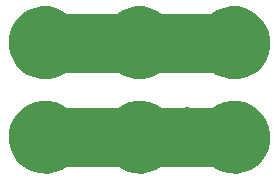
<source format=gbs>
%TF.GenerationSoftware,KiCad,Pcbnew,4.0.5-e0-6337~49~ubuntu16.04.1*%
%TF.CreationDate,2017-01-13T08:38:15-08:00*%
%TF.ProjectId,2x3-Generic-5mm-Pitch-Magnet,3278332D47656E657269632D356D6D2D,1.0*%
%TF.FileFunction,Soldermask,Bot*%
%FSLAX46Y46*%
G04 Gerber Fmt 4.6, Leading zero omitted, Abs format (unit mm)*
G04 Created by KiCad (PCBNEW 4.0.5-e0-6337~49~ubuntu16.04.1) date Fri Jan 13 08:38:15 2017*
%MOMM*%
%LPD*%
G01*
G04 APERTURE LIST*
%ADD10C,0.350000*%
%ADD11C,5.000000*%
G04 APERTURE END LIST*
D10*
D11*
X150240000Y-92774500D02*
X134240000Y-92774500D01*
X150240000Y-100774500D02*
X134240000Y-100774500D01*
D10*
G36*
X134563110Y-97700347D02*
X135154055Y-97821651D01*
X135710198Y-98055432D01*
X136210334Y-98392778D01*
X136635421Y-98820843D01*
X136969266Y-99323321D01*
X137199156Y-99881076D01*
X137316264Y-100472514D01*
X137316264Y-100472524D01*
X137316331Y-100472863D01*
X137306710Y-101161916D01*
X137306633Y-101162254D01*
X137306633Y-101162262D01*
X137173057Y-101750201D01*
X136927685Y-102301316D01*
X136579937Y-102794278D01*
X136143062Y-103210309D01*
X135633700Y-103533561D01*
X135071254Y-103751719D01*
X134477147Y-103856476D01*
X133874003Y-103843842D01*
X133284800Y-103714297D01*
X132731982Y-103472777D01*
X132236607Y-103128482D01*
X131817537Y-102694523D01*
X131490738Y-102187430D01*
X131268656Y-101626514D01*
X131159755Y-101033158D01*
X131168177Y-100429941D01*
X131293606Y-99839847D01*
X131531259Y-99285358D01*
X131872091Y-98787588D01*
X132303112Y-98365500D01*
X132807913Y-98035168D01*
X133367259Y-97809177D01*
X133959845Y-97696136D01*
X134563110Y-97700347D01*
X134563110Y-97700347D01*
G37*
G36*
X142563110Y-97700347D02*
X143154055Y-97821651D01*
X143710198Y-98055432D01*
X144210334Y-98392778D01*
X144635421Y-98820843D01*
X144969266Y-99323321D01*
X145199156Y-99881076D01*
X145316264Y-100472514D01*
X145316264Y-100472524D01*
X145316331Y-100472863D01*
X145306710Y-101161916D01*
X145306633Y-101162254D01*
X145306633Y-101162262D01*
X145173057Y-101750201D01*
X144927685Y-102301316D01*
X144579937Y-102794278D01*
X144143062Y-103210309D01*
X143633700Y-103533561D01*
X143071254Y-103751719D01*
X142477147Y-103856476D01*
X141874003Y-103843842D01*
X141284800Y-103714297D01*
X140731982Y-103472777D01*
X140236607Y-103128482D01*
X139817537Y-102694523D01*
X139490738Y-102187430D01*
X139268656Y-101626514D01*
X139159755Y-101033158D01*
X139168177Y-100429941D01*
X139293606Y-99839847D01*
X139531259Y-99285358D01*
X139872091Y-98787588D01*
X140303112Y-98365500D01*
X140807913Y-98035168D01*
X141367259Y-97809177D01*
X141959845Y-97696136D01*
X142563110Y-97700347D01*
X142563110Y-97700347D01*
G37*
G36*
X150563110Y-97700347D02*
X151154055Y-97821651D01*
X151710198Y-98055432D01*
X152210334Y-98392778D01*
X152635421Y-98820843D01*
X152969266Y-99323321D01*
X153199156Y-99881076D01*
X153316264Y-100472514D01*
X153316264Y-100472524D01*
X153316331Y-100472863D01*
X153306710Y-101161916D01*
X153306633Y-101162254D01*
X153306633Y-101162262D01*
X153173057Y-101750201D01*
X152927685Y-102301316D01*
X152579937Y-102794278D01*
X152143062Y-103210309D01*
X151633700Y-103533561D01*
X151071254Y-103751719D01*
X150477147Y-103856476D01*
X149874003Y-103843842D01*
X149284800Y-103714297D01*
X148731982Y-103472777D01*
X148236607Y-103128482D01*
X147817537Y-102694523D01*
X147490738Y-102187430D01*
X147268656Y-101626514D01*
X147159755Y-101033158D01*
X147168177Y-100429941D01*
X147293606Y-99839847D01*
X147531259Y-99285358D01*
X147872091Y-98787588D01*
X148303112Y-98365500D01*
X148807913Y-98035168D01*
X149367259Y-97809177D01*
X149959845Y-97696136D01*
X150563110Y-97700347D01*
X150563110Y-97700347D01*
G37*
G36*
X146347790Y-98248981D02*
X146544921Y-98289447D01*
X146730451Y-98367437D01*
X146897292Y-98479973D01*
X147039098Y-98622772D01*
X147150466Y-98790395D01*
X147227156Y-98976458D01*
X147266176Y-99173527D01*
X147266176Y-99173532D01*
X147266244Y-99173876D01*
X147263034Y-99403739D01*
X147262957Y-99404077D01*
X147262957Y-99404086D01*
X147218449Y-99599990D01*
X147136596Y-99783835D01*
X147020588Y-99948286D01*
X146874850Y-100087071D01*
X146704931Y-100194905D01*
X146517299Y-100267682D01*
X146319112Y-100302628D01*
X146117905Y-100298413D01*
X145921351Y-100255199D01*
X145736933Y-100174628D01*
X145571682Y-100059775D01*
X145431882Y-99915009D01*
X145322864Y-99745845D01*
X145248777Y-99558724D01*
X145212449Y-99360788D01*
X145215258Y-99159558D01*
X145257102Y-98962705D01*
X145336380Y-98777732D01*
X145450080Y-98611678D01*
X145593865Y-98470873D01*
X145762265Y-98360676D01*
X145948860Y-98285286D01*
X146146540Y-98247577D01*
X146347790Y-98248981D01*
X146347790Y-98248981D01*
G37*
G36*
X134563110Y-89700347D02*
X135154055Y-89821651D01*
X135710198Y-90055432D01*
X136210334Y-90392778D01*
X136635421Y-90820843D01*
X136969266Y-91323321D01*
X137199156Y-91881076D01*
X137316264Y-92472514D01*
X137316264Y-92472524D01*
X137316331Y-92472863D01*
X137306710Y-93161916D01*
X137306633Y-93162254D01*
X137306633Y-93162262D01*
X137173057Y-93750201D01*
X136927685Y-94301316D01*
X136579937Y-94794278D01*
X136143062Y-95210309D01*
X135633700Y-95533561D01*
X135071254Y-95751719D01*
X134477147Y-95856476D01*
X133874003Y-95843842D01*
X133284800Y-95714297D01*
X132731982Y-95472777D01*
X132236607Y-95128482D01*
X131817537Y-94694523D01*
X131490738Y-94187430D01*
X131268656Y-93626514D01*
X131159755Y-93033158D01*
X131168177Y-92429941D01*
X131293606Y-91839847D01*
X131531259Y-91285358D01*
X131872091Y-90787588D01*
X132303112Y-90365500D01*
X132807913Y-90035168D01*
X133367259Y-89809177D01*
X133959845Y-89696136D01*
X134563110Y-89700347D01*
X134563110Y-89700347D01*
G37*
G36*
X142563110Y-89700347D02*
X143154055Y-89821651D01*
X143710198Y-90055432D01*
X144210334Y-90392778D01*
X144635421Y-90820843D01*
X144969266Y-91323321D01*
X145199156Y-91881076D01*
X145316264Y-92472514D01*
X145316264Y-92472524D01*
X145316331Y-92472863D01*
X145306710Y-93161916D01*
X145306633Y-93162254D01*
X145306633Y-93162262D01*
X145173057Y-93750201D01*
X144927685Y-94301316D01*
X144579937Y-94794278D01*
X144143062Y-95210309D01*
X143633700Y-95533561D01*
X143071254Y-95751719D01*
X142477147Y-95856476D01*
X141874003Y-95843842D01*
X141284800Y-95714297D01*
X140731982Y-95472777D01*
X140236607Y-95128482D01*
X139817537Y-94694523D01*
X139490738Y-94187430D01*
X139268656Y-93626514D01*
X139159755Y-93033158D01*
X139168177Y-92429941D01*
X139293606Y-91839847D01*
X139531259Y-91285358D01*
X139872091Y-90787588D01*
X140303112Y-90365500D01*
X140807913Y-90035168D01*
X141367259Y-89809177D01*
X141959845Y-89696136D01*
X142563110Y-89700347D01*
X142563110Y-89700347D01*
G37*
G36*
X150563110Y-89700347D02*
X151154055Y-89821651D01*
X151710198Y-90055432D01*
X152210334Y-90392778D01*
X152635421Y-90820843D01*
X152969266Y-91323321D01*
X153199156Y-91881076D01*
X153316264Y-92472514D01*
X153316264Y-92472524D01*
X153316331Y-92472863D01*
X153306710Y-93161916D01*
X153306633Y-93162254D01*
X153306633Y-93162262D01*
X153173057Y-93750201D01*
X152927685Y-94301316D01*
X152579937Y-94794278D01*
X152143062Y-95210309D01*
X151633700Y-95533561D01*
X151071254Y-95751719D01*
X150477147Y-95856476D01*
X149874003Y-95843842D01*
X149284800Y-95714297D01*
X148731982Y-95472777D01*
X148236607Y-95128482D01*
X147817537Y-94694523D01*
X147490738Y-94187430D01*
X147268656Y-93626514D01*
X147159755Y-93033158D01*
X147168177Y-92429941D01*
X147293606Y-91839847D01*
X147531259Y-91285358D01*
X147872091Y-90787588D01*
X148303112Y-90365500D01*
X148807913Y-90035168D01*
X149367259Y-89809177D01*
X149959845Y-89696136D01*
X150563110Y-89700347D01*
X150563110Y-89700347D01*
G37*
G36*
X146353042Y-93199015D02*
X146559777Y-93241452D01*
X146754347Y-93323241D01*
X146929318Y-93441261D01*
X147078033Y-93591018D01*
X147194827Y-93766808D01*
X147275253Y-93961936D01*
X147316178Y-94168624D01*
X147316178Y-94168629D01*
X147316246Y-94168973D01*
X147312880Y-94410036D01*
X147312803Y-94410374D01*
X147312803Y-94410383D01*
X147266122Y-94615849D01*
X147180281Y-94808652D01*
X147058621Y-94981115D01*
X146905782Y-95126662D01*
X146727584Y-95239750D01*
X146530810Y-95316073D01*
X146322967Y-95352722D01*
X146111957Y-95348302D01*
X145905825Y-95302981D01*
X145712422Y-95218485D01*
X145539119Y-95098036D01*
X145392508Y-94946217D01*
X145278178Y-94768810D01*
X145200481Y-94572572D01*
X145162384Y-94364992D01*
X145165330Y-94153958D01*
X145209211Y-93947513D01*
X145292353Y-93753528D01*
X145411593Y-93579383D01*
X145562384Y-93431717D01*
X145738988Y-93316151D01*
X145934675Y-93237088D01*
X146141987Y-93197542D01*
X146353042Y-93199015D01*
X146353042Y-93199015D01*
G37*
M02*

</source>
